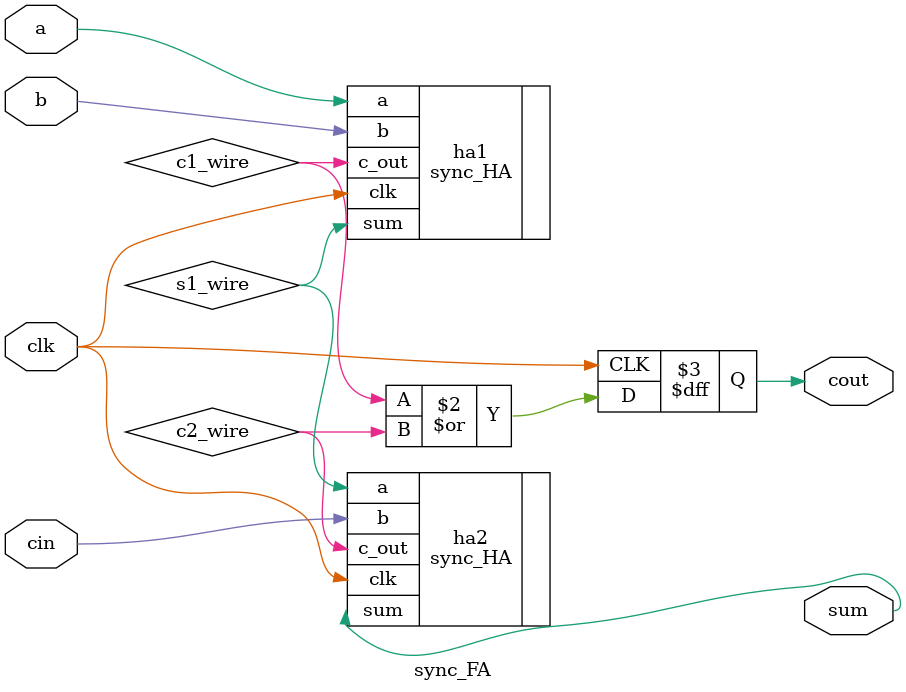
<source format=v>
module sync_FA(
    input a,
    input b,
    input cin,
    input clk,
    output reg sum,
    output reg cout
);

    wire s1_wire, c1_wire, c2_wire;

    sync_HA ha1 (
        .a(a),
        .b(b),
        .clk(clk),
        .sum(s1_wire),
        .c_out(c1_wire)
    );

    sync_HA ha2 (
        .a(s1_wire),
        .b(cin),
        .clk(clk),
        .sum(sum),
        .c_out(c2_wire)
    );

    always @(posedge clk) begin
        cout <= c1_wire | c2_wire;
    end

endmodule


</source>
